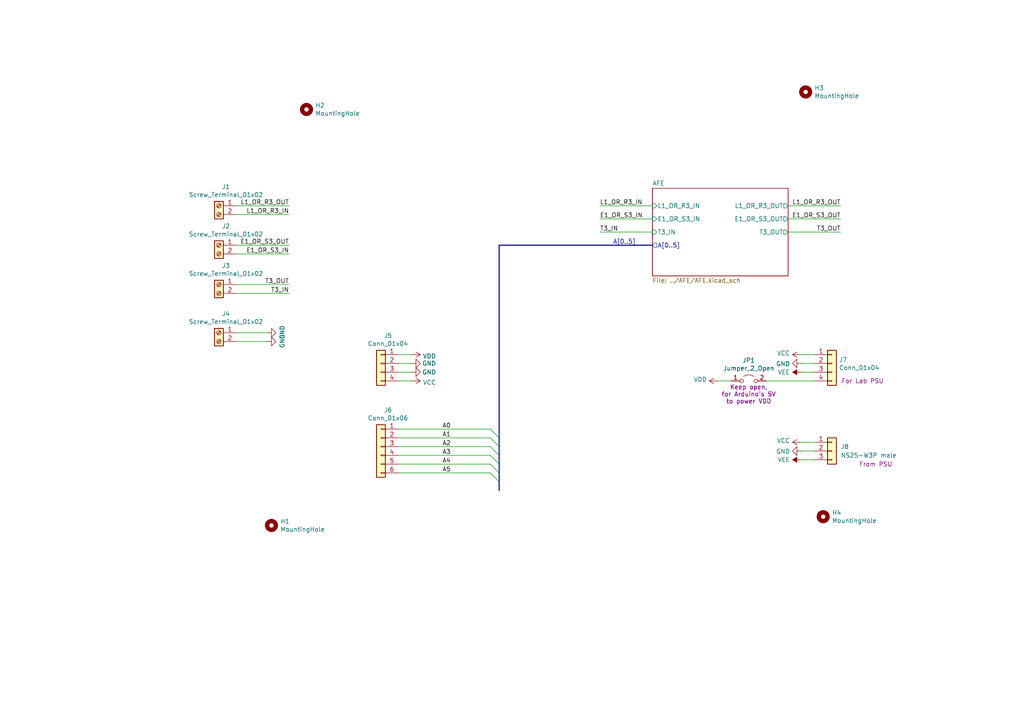
<source format=kicad_sch>
(kicad_sch (version 20211123) (generator eeschema)
  (paper "A4")
  (lib_symbols
    (symbol "Connector:Screw_Terminal_01x02" (pin_names (offset 1.016) hide)
      (property "Reference" "J" (at 0 2.54 0))
      (property "Value" "Screw_Terminal_01x02" (at 0 -5.08 0))
      (symbol "Screw_Terminal_01x02_1_1"
        (rectangle (start -1.27 1.27) (end 1.27 -3.81) (stroke (width 0.254)) (fill (type background)))
        (circle (center 0 -2.54) (radius 0.635) (stroke (width 0.1524)))
        (polyline (pts (xy -0.5334 -2.2098) (xy 0.3302 -3.048)) (stroke (width 0.1524)))
        (polyline (pts (xy -0.5334 0.3302) (xy 0.3302 -0.508)) (stroke (width 0.1524)))
        (polyline (pts (xy -0.3556 -2.032) (xy 0.508 -2.8702)) (stroke (width 0.1524)))
        (polyline (pts (xy -0.3556 0.508) (xy 0.508 -0.3302)) (stroke (width 0.1524)))
        (circle (center 0 0) (radius 0.635) (stroke (width 0.1524)))
        (pin passive line (at -5.08 0 0) (length 3.81) (name "Pin_1") (number "1"))
        (pin passive line (at -5.08 -2.54 0) (length 3.81) (name "Pin_2") (number "2"))
      )
    )
    (symbol "Connector_Generic:Conn_01x03" (pin_names (offset 1.016) hide)
      (property "Reference" "J" (at 0 5.08 0))
      (property "Value" "Conn_01x03" (at 0 -5.08 0))
      (symbol "Conn_01x03_1_1"
        (rectangle (start -1.27 -2.413) (end 0 -2.667) (stroke (width 0.1524)))
        (rectangle (start -1.27 0.127) (end 0 -0.127) (stroke (width 0.1524)))
        (rectangle (start -1.27 2.667) (end 0 2.413) (stroke (width 0.1524)))
        (rectangle (start -1.27 3.81) (end 1.27 -3.81) (stroke (width 0.254)) (fill (type background)))
        (pin passive line (at -5.08 2.54 0) (length 3.81) (name "Pin_1") (number "1"))
        (pin passive line (at -5.08 0 0) (length 3.81) (name "Pin_2") (number "2"))
        (pin passive line (at -5.08 -2.54 0) (length 3.81) (name "Pin_3") (number "3"))
      )
    )
    (symbol "Connector_Generic:Conn_01x04" (pin_names (offset 1.016) hide)
      (property "Reference" "J" (at 0 5.08 0))
      (property "Value" "Conn_01x04" (at 0 -7.62 0))
      (symbol "Conn_01x04_1_1"
        (rectangle (start -1.27 -4.953) (end 0 -5.207) (stroke (width 0.1524)))
        (rectangle (start -1.27 -2.413) (end 0 -2.667) (stroke (width 0.1524)))
        (rectangle (start -1.27 0.127) (end 0 -0.127) (stroke (width 0.1524)))
        (rectangle (start -1.27 2.667) (end 0 2.413) (stroke (width 0.1524)))
        (rectangle (start -1.27 3.81) (end 1.27 -6.35) (stroke (width 0.254)) (fill (type background)))
        (pin passive line (at -5.08 2.54 0) (length 3.81) (name "Pin_1") (number "1"))
        (pin passive line (at -5.08 0 0) (length 3.81) (name "Pin_2") (number "2"))
        (pin passive line (at -5.08 -2.54 0) (length 3.81) (name "Pin_3") (number "3"))
        (pin passive line (at -5.08 -5.08 0) (length 3.81) (name "Pin_4") (number "4"))
      )
    )
    (symbol "Connector_Generic:Conn_01x06" (pin_names (offset 1.016) hide)
      (property "Reference" "J" (at 0 7.62 0))
      (property "Value" "Conn_01x06" (at 0 -10.16 0))
      (symbol "Conn_01x06_1_1"
        (rectangle (start -1.27 -7.493) (end 0 -7.747) (stroke (width 0.1524)))
        (rectangle (start -1.27 -4.953) (end 0 -5.207) (stroke (width 0.1524)))
        (rectangle (start -1.27 -2.413) (end 0 -2.667) (stroke (width 0.1524)))
        (rectangle (start -1.27 0.127) (end 0 -0.127) (stroke (width 0.1524)))
        (rectangle (start -1.27 2.667) (end 0 2.413) (stroke (width 0.1524)))
        (rectangle (start -1.27 5.207) (end 0 4.953) (stroke (width 0.1524)))
        (rectangle (start -1.27 6.35) (end 1.27 -8.89) (stroke (width 0.254)) (fill (type background)))
        (pin passive line (at -5.08 5.08 0) (length 3.81) (name "Pin_1") (number "1"))
        (pin passive line (at -5.08 2.54 0) (length 3.81) (name "Pin_2") (number "2"))
        (pin passive line (at -5.08 0 0) (length 3.81) (name "Pin_3") (number "3"))
        (pin passive line (at -5.08 -2.54 0) (length 3.81) (name "Pin_4") (number "4"))
        (pin passive line (at -5.08 -5.08 0) (length 3.81) (name "Pin_5") (number "5"))
        (pin passive line (at -5.08 -7.62 0) (length 3.81) (name "Pin_6") (number "6"))
      )
    )
    (symbol "Jumper:Jumper_2_Open" (pin_names (offset 0) hide)
      (property "Reference" "JP" (at 0 2.794 0))
      (property "Value" "Jumper_2_Open" (at 0 -2.286 0))
      (symbol "Jumper_2_Open_0_0"
        (circle (center -2.032 0) (radius 0.508))
        (circle (center 2.032 0) (radius 0.508))
      )
      (symbol "Jumper_2_Open_0_1"
        (arc (start 1.524 1.27) (mid 0 1.778) (end -1.524 1.27))
      )
      (symbol "Jumper_2_Open_1_1"
        (pin passive line (at -5.08 0 0) (length 2.54) (name "A") (number "1"))
        (pin passive line (at 5.08 0 180) (length 2.54) (name "B") (number "2"))
      )
    )
    (symbol "Mechanical:MountingHole" (pin_names (offset 1.016))
      (property "Reference" "H" (at 0 5.08 0))
      (property "Value" "MountingHole" (at 0 3.175 0))
      (symbol "MountingHole_0_1"
        (circle (center 0 0) (radius 1.27) (stroke (width 1.27)))
      )
    )
    (symbol "power:GND" (power) (pin_names (offset 0))
      (property "Value" "GND" (at 0 -3.81 0))
      (symbol "GND_0_1"
        (polyline (pts (xy 0 0) (xy 0 -1.27) (xy 1.27 -1.27) (xy 0 -2.54) (xy -1.27 -1.27) (xy 0 -1.27)))
      )
      (symbol "GND_1_1"
        (pin power_in line (at 0 0 270) (length 0) hide (name "GND") (number "1"))
      )
    )
    (symbol "power:VCC" (power) (pin_names (offset 0))
      (property "Value" "VCC" (at 0 3.81 0))
      (symbol "VCC_0_1"
        (polyline (pts (xy -0.762 1.27) (xy 0 2.54)))
        (polyline (pts (xy 0 0) (xy 0 2.54)))
        (polyline (pts (xy 0 2.54) (xy 0.762 1.27)))
      )
      (symbol "VCC_1_1"
        (pin power_in line (at 0 0 90) (length 0) hide (name "VCC") (number "1"))
      )
    )
    (symbol "power:VDD" (power) (pin_names (offset 0))
      (property "Value" "VDD" (at 0 3.81 0))
      (symbol "VDD_0_1"
        (polyline (pts (xy -0.762 1.27) (xy 0 2.54)))
        (polyline (pts (xy 0 0) (xy 0 2.54)))
        (polyline (pts (xy 0 2.54) (xy 0.762 1.27)))
      )
      (symbol "VDD_1_1"
        (pin power_in line (at 0 0 90) (length 0) hide (name "VDD") (number "1"))
      )
    )
    (symbol "power:VEE" (power) (pin_names (offset 0))
      (property "Value" "VEE" (at 0 3.81 0))
      (symbol "VEE_0_1"
        (polyline (pts (xy 0 0) (xy 0 2.54)))
        (polyline (pts (xy 0.762 1.27) (xy -0.762 1.27) (xy 0 2.54) (xy 0.762 1.27)) (fill (type outline)))
      )
      (symbol "VEE_1_1"
        (pin power_in line (at 0 0 90) (length 0) hide (name "VEE") (number "1"))
      )
    )
  )
  (bus_entry (at 142.24 124.46) (size 2.54 2.54))
  (bus_entry (at 142.24 129.54) (size 2.54 2.54))
  (bus_entry (at 142.24 132.08) (size 2.54 2.54))
  (bus_entry (at 142.24 127) (size 2.54 2.54))
  (bus_entry (at 142.24 137.16) (size 2.54 2.54))
  (bus_entry (at 142.24 134.62) (size 2.54 2.54))
  (wire (pts (xy 115.57 129.54) (xy 142.24 129.54)))
  (wire (pts (xy 115.57 132.08) (xy 142.24 132.08)))
  (wire (pts (xy 243.84 67.31) (xy 228.6 67.31)))
  (bus (pts (xy 144.78 132.08) (xy 144.78 134.62)))
  (wire (pts (xy 115.57 124.46) (xy 142.24 124.46)))
  (wire (pts (xy 232.41 107.95) (xy 236.22 107.95)))
  (bus (pts (xy 144.78 71.12) (xy 144.78 127)))
  (wire (pts (xy 115.57 127) (xy 142.24 127)))
  (wire (pts (xy 173.99 63.5) (xy 189.23 63.5)))
  (wire (pts (xy 173.99 59.69) (xy 189.23 59.69)))
  (wire (pts (xy 232.41 133.35) (xy 236.22 133.35)))
  (wire (pts (xy 232.41 105.41) (xy 236.22 105.41)))
  (wire (pts (xy 68.58 85.09) (xy 83.82 85.09)))
  (wire (pts (xy 208.28 110.49) (xy 212.09 110.49)))
  (bus (pts (xy 144.78 134.62) (xy 144.78 137.16)))
  (wire (pts (xy 119.38 110.49) (xy 115.57 110.49)))
  (wire (pts (xy 243.84 63.5) (xy 228.6 63.5)))
  (wire (pts (xy 83.82 73.66) (xy 68.58 73.66)))
  (wire (pts (xy 77.47 96.52) (xy 68.58 96.52)))
  (wire (pts (xy 83.82 62.23) (xy 68.58 62.23)))
  (wire (pts (xy 119.38 105.41) (xy 115.57 105.41)))
  (wire (pts (xy 83.82 71.12) (xy 68.58 71.12)))
  (bus (pts (xy 144.78 127) (xy 144.78 129.54)))
  (wire (pts (xy 243.84 59.69) (xy 228.6 59.69)))
  (wire (pts (xy 119.38 102.87) (xy 115.57 102.87)))
  (wire (pts (xy 83.82 59.69) (xy 68.58 59.69)))
  (wire (pts (xy 77.47 99.06) (xy 68.58 99.06)))
  (bus (pts (xy 144.78 139.7) (xy 144.78 142.24)))
  (wire (pts (xy 119.38 107.95) (xy 115.57 107.95)))
  (bus (pts (xy 144.78 129.54) (xy 144.78 132.08)))
  (wire (pts (xy 232.41 130.81) (xy 236.22 130.81)))
  (wire (pts (xy 83.82 82.55) (xy 68.58 82.55)))
  (wire (pts (xy 115.57 134.62) (xy 142.24 134.62)))
  (wire (pts (xy 232.41 128.27) (xy 236.22 128.27)))
  (wire (pts (xy 173.99 67.31) (xy 189.23 67.31)))
  (bus (pts (xy 144.78 137.16) (xy 144.78 139.7)))
  (bus (pts (xy 144.78 71.12) (xy 189.23 71.12)))
  (wire (pts (xy 115.57 137.16) (xy 142.24 137.16)))
  (wire (pts (xy 222.25 110.49) (xy 236.22 110.49)))
  (wire (pts (xy 232.41 102.87) (xy 236.22 102.87)))
  (label "T3_OUT" (at 243.84 67.31 180))
  (label "A4" (at 128.27 134.62 0))
  (label "T3_IN" (at 173.99 67.31 0))
  (label "A3" (at 128.27 132.08 0))
  (label "A0" (at 128.27 124.46 0))
  (label "A[0..5]" (at 177.8 71.12 0))
  (label "A2" (at 128.27 129.54 0))
  (label "T3_IN" (at 83.82 85.09 180))
  (label "E1_OR_S3_OUT" (at 83.82 71.12 180))
  (label "E1_OR_S3_IN" (at 83.82 73.66 180))
  (label "E1_OR_S3_IN" (at 173.99 63.5 0))
  (label "A1" (at 128.27 127 0))
  (label "T3_OUT" (at 83.82 82.55 180))
  (label "E1_OR_S3_OUT" (at 243.84 63.5 180))
  (label "L1_OR_R3_OUT" (at 243.84 59.69 180))
  (label "L1_OR_R3_IN" (at 173.99 59.69 0))
  (label "A5" (at 128.27 137.16 0))
  (label "L1_OR_R3_IN" (at 83.82 62.23 180))
  (label "L1_OR_R3_OUT" (at 83.82 59.69 180))
  (symbol (lib_id "Connector_Generic:Conn_01x06") (at 110.49 129.54 0) (mirror y) (unit 1)
    (property "Reference" "J6" (at 112.522 118.9482 0))
    (property "Value" "Conn_01x06" (at 112.522 121.2596 0))
    (property "Footprint" "Connector_PinHeader_2.54mm:PinHeader_1x06_P2.54mm_Vertical" (effects hide))
  )
  (symbol (lib_id "Connector_Generic:Conn_01x04") (at 110.49 105.41 0) (mirror y) (unit 1)
    (property "Reference" "J5" (at 112.522 97.3582 0))
    (property "Value" "Conn_01x04" (at 112.522 99.6696 0))
    (property "Footprint" "Connector_PinHeader_2.54mm:PinHeader_1x04_P2.54mm_Vertical" (effects hide))
  )
  (symbol (lib_id "power:VDD") (at 119.38 102.87 270) (unit 1)
    (property "Reference" "#PWR03" (effects hide))
    (property "Value" "VDD" (at 122.6312 103.3018 90) (effects (justify left)))
  )
  (symbol (lib_id "power:VCC") (at 119.38 110.49 270) (unit 1)
    (property "Reference" "#PWR06" (effects hide))
    (property "Value" "VCC" (at 122.6312 110.9218 90) (effects (justify left)))
  )
  (symbol (lib_id "Connector_Generic:Conn_01x04") (at 241.3 105.41 0) (unit 1)
    (property "Reference" "J7" (at 243.332 104.3432 0) (effects (justify left)))
    (property "Value" "Conn_01x04" (at 243.332 106.6546 0) (effects (justify left)))
    (property "Footprint" "Connector_PinHeader_2.54mm:PinHeader_1x04_P2.54mm_Vertical" (effects hide))
    (property "Comment" "For Lab PSU" (at 250.19 110.49 0))
  )
  (symbol (lib_id "power:GND") (at 232.41 105.41 270) (unit 1)
    (property "Reference" "#PWR09" (effects hide))
    (property "Value" "GND" (at 229.1588 105.537 90) (effects (justify right)))
  )
  (symbol (lib_id "power:VCC") (at 232.41 102.87 90) (unit 1)
    (property "Reference" "#PWR08" (effects hide))
    (property "Value" "VCC" (at 229.1588 102.4382 90) (effects (justify left)))
  )
  (symbol (lib_id "power:GND") (at 119.38 105.41 90) (unit 1)
    (property "Reference" "#PWR04" (effects hide))
    (property "Value" "GND" (at 124.46 105.41 90))
  )
  (symbol (lib_id "power:GND") (at 119.38 107.95 90) (unit 1)
    (property "Reference" "#PWR05" (effects hide))
    (property "Value" "GND" (at 124.46 107.95 90))
  )
  (symbol (lib_id "power:VEE") (at 232.41 107.95 90) (unit 1)
    (property "Reference" "#PWR010" (effects hide))
    (property "Value" "VEE" (at 227.33 107.95 90))
  )
  (symbol (lib_id "Connector:Screw_Terminal_01x02") (at 63.5 59.69 0) (mirror y) (unit 1)
    (property "Reference" "J1" (at 65.532 54.1782 0))
    (property "Value" "Screw_Terminal_01x02" (at 65.532 56.4896 0))
    (property "Footprint" "TerminalBlock:TerminalBlock_bornier-2_P5.08mm" (effects hide))
  )
  (symbol (lib_id "Connector:Screw_Terminal_01x02") (at 63.5 71.12 0) (mirror y) (unit 1)
    (property "Reference" "J2" (at 65.532 65.6082 0))
    (property "Value" "Screw_Terminal_01x02" (at 65.532 67.9196 0))
    (property "Footprint" "TerminalBlock:TerminalBlock_bornier-2_P5.08mm" (effects hide))
  )
  (symbol (lib_id "Connector:Screw_Terminal_01x02") (at 63.5 82.55 0) (mirror y) (unit 1)
    (property "Reference" "J3" (at 65.532 77.0382 0))
    (property "Value" "Screw_Terminal_01x02" (at 65.532 79.3496 0))
    (property "Footprint" "TerminalBlock:TerminalBlock_bornier-2_P5.08mm" (effects hide))
  )
  (symbol (lib_id "Connector:Screw_Terminal_01x02") (at 63.5 96.52 0) (mirror y) (unit 1)
    (property "Reference" "J4" (at 65.532 91.0082 0))
    (property "Value" "Screw_Terminal_01x02" (at 65.532 93.3196 0))
    (property "Footprint" "TerminalBlock:TerminalBlock_bornier-2_P5.08mm" (effects hide))
  )
  (symbol (lib_id "power:GND") (at 77.47 96.52 90) (unit 1)
    (property "Reference" "#PWR01" (effects hide))
    (property "Value" "GND" (at 81.8642 96.393 0))
  )
  (symbol (lib_id "power:GND") (at 77.47 99.06 90) (unit 1)
    (property "Reference" "#PWR02" (effects hide))
    (property "Value" "GND" (at 81.8642 98.933 0))
  )
  (symbol (lib_id "Mechanical:MountingHole") (at 88.9 31.75 0) (unit 1)
    (property "Reference" "H2" (at 91.44 30.5816 0) (effects (justify left)))
    (property "Value" "MountingHole" (at 91.44 32.893 0) (effects (justify left)))
    (property "Footprint" "MountingHole:MountingHole_3.2mm_M3_ISO7380_Pad" (effects hide))
  )
  (symbol (lib_id "Mechanical:MountingHole") (at 233.68 26.67 0) (unit 1)
    (property "Reference" "H3" (at 236.22 25.5016 0) (effects (justify left)))
    (property "Value" "MountingHole" (at 236.22 27.813 0) (effects (justify left)))
    (property "Footprint" "MountingHole:MountingHole_3.2mm_M3_ISO7380_Pad" (effects hide))
  )
  (symbol (lib_id "Mechanical:MountingHole") (at 78.74 152.4 0) (unit 1)
    (property "Reference" "H1" (at 81.28 151.2316 0) (effects (justify left)))
    (property "Value" "MountingHole" (at 81.28 153.543 0) (effects (justify left)))
    (property "Footprint" "MountingHole:MountingHole_3.2mm_M3_ISO7380_Pad" (effects hide))
  )
  (symbol (lib_id "Mechanical:MountingHole") (at 238.76 149.86 0) (unit 1)
    (property "Reference" "H4" (at 241.3 148.6916 0) (effects (justify left)))
    (property "Value" "MountingHole" (at 241.3 151.003 0) (effects (justify left)))
    (property "Footprint" "MountingHole:MountingHole_3.2mm_M3_ISO7380_Pad" (effects hide))
  )
  (symbol (lib_id "power:VDD") (at 208.28 110.49 90) (unit 1)
    (property "Reference" "#PWR07" (effects hide))
    (property "Value" "VDD" (at 205.0288 110.0582 90) (effects (justify left)))
  )
  (symbol (lib_id "Jumper:Jumper_2_Open") (at 217.17 110.49 0) (unit 1)
    (property "Reference" "JP1" (at 217.17 104.521 0))
    (property "Value" "Jumper_2_Open" (at 217.17 106.8324 0))
    (property "Footprint" "Connector_PinHeader_2.54mm:PinHeader_1x02_P2.54mm_Vertical" (effects hide))
    (property "Comment" "Keep open,\nfor Arduino's 5V\nto power VDD" (at 217.17 114.3 0))
  )
  (symbol (lib_id "Connector_Generic:Conn_01x03") (at 241.3 130.81 0) (unit 1)
    (property "Reference" "J8" (at 243.84 129.5399 0) (effects (justify left)))
    (property "Value" "NS25-W3P male" (at 243.84 132.0799 0) (effects (justify left)))
    (property "Footprint" "Connector_Molex:Molex_KK-254_AE-6410-03A_1x03_P2.54mm_Vertical" (effects hide))
    (property "Comment" "From PSU" (at 254 134.62 0))
  )
  (symbol (lib_id "power:VCC") (at 232.41 128.27 90) (unit 1)
    (property "Reference" "#PWR048" (effects hide))
    (property "Value" "VCC" (at 229.1588 127.8382 90) (effects (justify left)))
  )
  (symbol (lib_id "power:GND") (at 232.41 130.81 270) (unit 1)
    (property "Reference" "#PWR049" (effects hide))
    (property "Value" "GND" (at 229.1588 130.937 90) (effects (justify right)))
  )
  (symbol (lib_id "power:VEE") (at 232.41 133.35 90) (unit 1)
    (property "Reference" "#PWR050" (effects hide))
    (property "Value" "VEE" (at 227.33 133.35 90))
  )
  (sheet (at 189.23 54.61) (size 39.37 25.4)
    (property "Sheet name" "AFE" (at 189.23 53.8984 0) (effects (justify left bottom)))
    (property "Sheet file" "../AFE/AFE.kicad_sch" (at 189.23 80.5946 0) (effects (justify left top)))
    (pin "L1_OR_R3_IN" input (at 189.23 59.69 180))
    (pin "L1_OR_R3_OUT" output (at 228.6 59.69 0))
    (pin "E1_OR_S3_IN" input (at 189.23 63.5 180))
    (pin "T3_IN" input (at 189.23 67.31 180))
    (pin "E1_OR_S3_OUT" output (at 228.6 63.5 0))
    (pin "T3_OUT" output (at 228.6 67.31 0))
    (pin "A[0..5]" output (at 189.23 71.12 180))
  )
)
</source>
